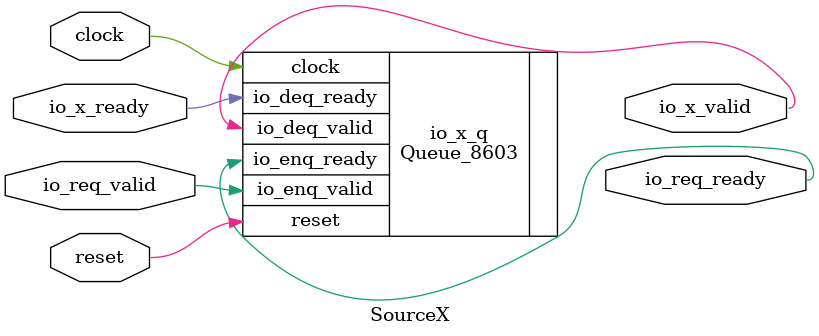
<source format=sv>
`ifndef RANDOMIZE
  `ifdef RANDOMIZE_REG_INIT
    `define RANDOMIZE
  `endif // RANDOMIZE_REG_INIT
`endif // not def RANDOMIZE
`ifndef RANDOMIZE
  `ifdef RANDOMIZE_MEM_INIT
    `define RANDOMIZE
  `endif // RANDOMIZE_MEM_INIT
`endif // not def RANDOMIZE

`ifndef RANDOM
  `define RANDOM $random
`endif // not def RANDOM

// Users can define 'PRINTF_COND' to add an extra gate to prints.
`ifndef PRINTF_COND_
  `ifdef PRINTF_COND
    `define PRINTF_COND_ (`PRINTF_COND)
  `else  // PRINTF_COND
    `define PRINTF_COND_ 1
  `endif // PRINTF_COND
`endif // not def PRINTF_COND_

// Users can define 'ASSERT_VERBOSE_COND' to add an extra gate to assert error printing.
`ifndef ASSERT_VERBOSE_COND_
  `ifdef ASSERT_VERBOSE_COND
    `define ASSERT_VERBOSE_COND_ (`ASSERT_VERBOSE_COND)
  `else  // ASSERT_VERBOSE_COND
    `define ASSERT_VERBOSE_COND_ 1
  `endif // ASSERT_VERBOSE_COND
`endif // not def ASSERT_VERBOSE_COND_

// Users can define 'STOP_COND' to add an extra gate to stop conditions.
`ifndef STOP_COND_
  `ifdef STOP_COND
    `define STOP_COND_ (`STOP_COND)
  `else  // STOP_COND
    `define STOP_COND_ 1
  `endif // STOP_COND
`endif // not def STOP_COND_

// Users can define INIT_RANDOM as general code that gets injected into the
// initializer block for modules with registers.
`ifndef INIT_RANDOM
  `define INIT_RANDOM
`endif // not def INIT_RANDOM

// If using random initialization, you can also define RANDOMIZE_DELAY to
// customize the delay used, otherwise 0.002 is used.
`ifndef RANDOMIZE_DELAY
  `define RANDOMIZE_DELAY 0.002
`endif // not def RANDOMIZE_DELAY

// Define INIT_RANDOM_PROLOG_ for use in our modules below.
`ifndef INIT_RANDOM_PROLOG_
  `ifdef RANDOMIZE
    `ifdef VERILATOR
      `define INIT_RANDOM_PROLOG_ `INIT_RANDOM
    `else  // VERILATOR
      `define INIT_RANDOM_PROLOG_ `INIT_RANDOM #`RANDOMIZE_DELAY begin end
    `endif // VERILATOR
  `else  // RANDOMIZE
    `define INIT_RANDOM_PROLOG_
  `endif // RANDOMIZE
`endif // not def INIT_RANDOM_PROLOG_

module SourceX(
  input  clock,
         reset,
         io_req_valid,
         io_x_ready,
  output io_req_ready,
         io_x_valid
);

  Queue_8603 io_x_q (	// @[Decoupled.scala:375:21]
    .clock        (clock),
    .reset        (reset),
    .io_enq_valid (io_req_valid),
    .io_deq_ready (io_x_ready),
    .io_enq_ready (io_req_ready),
    .io_deq_valid (io_x_valid)
  );
endmodule


</source>
